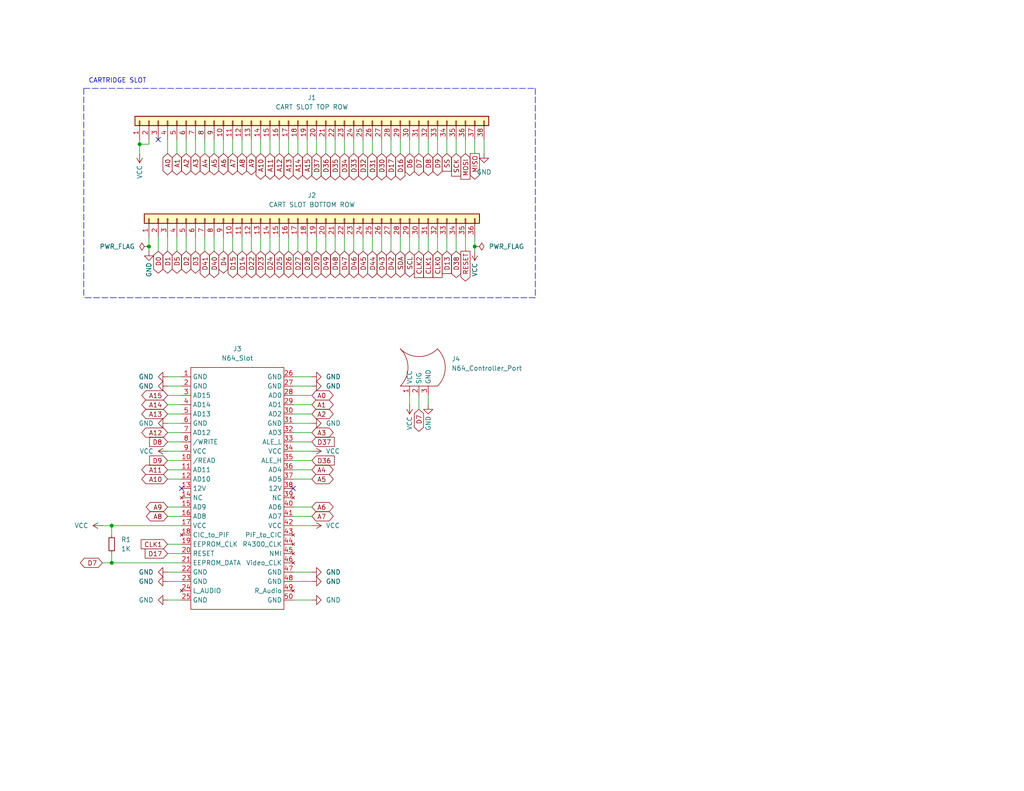
<source format=kicad_sch>
(kicad_sch (version 20211123) (generator eeschema)
  (paper "A")
  (title_block (title "OSCR N64 Breakout") (date "2023-02-10"))
  (lib_symbols
    (symbol "!OSCR:N64_Controller_Port"
      (property "Reference" "J" (at 0 13.97 0))
      (property "Value" "N64_Controller_Port" (at 0 13.97 0))
      (symbol "N64_Controller_Port_0_1"
        (arc (start -5.08 0) (mid 7.1842 5.08) (end -5.08 10.16))
        (arc (start -5.08 10.16) (mid 0 -2.1042) (end 5.08 10.16))
        (polyline (pts (xy -5.08 0) (xy 5.08 0)))
        (arc (start 5.08 0) (mid 7.1842 5.08) (end 5.08 10.16))
      )
      (symbol "N64_Controller_Port_1_1"
        (pin input line (at -2.54 -2.54 90) (length 2.54) (name "VCC") (number "1"))
        (pin bidirectional line (at 0 -2.54 90) (length 2.54) (name "SIG") (number "2"))
        (pin input line (at 2.54 -2.54 90) (length 2.54) (name "GND") (number "3"))
      )
    )
    (symbol "!OSCR:N64_Slot"
      (property "Reference" "J" (at -10.16 35.56 0))
      (property "Value" "N64_Slot" (at -6.35 33.02 0))
      (symbol "N64_Slot_0_1"
        (rectangle (start -10.16 31.75) (end 15.24 -34.29) (stroke (width 0.1524)))
      )
      (symbol "N64_Slot_1_1"
        (pin power_in line (at -12.7 29.21 0) (length 2.54) (name "GND") (number "1"))
        (pin input line (at -12.7 6.35 0) (length 2.54) (name "/READ") (number "10"))
        (pin bidirectional line (at -12.7 3.81 0) (length 2.54) (name "AD11") (number "11"))
        (pin bidirectional line (at -12.7 1.27 0) (length 2.54) (name "AD10") (number "12"))
        (pin power_in line (at -12.7 -1.27 0) (length 2.54) (name "12V") (number "13"))
        (pin no_connect line (at -12.7 -3.81 0) (length 2.54) (name "NC") (number "14"))
        (pin bidirectional line (at -12.7 -6.35 0) (length 2.54) (name "AD9") (number "15"))
        (pin bidirectional line (at -12.7 -8.89 0) (length 2.54) (name "AD8") (number "16"))
        (pin power_in line (at -12.7 -11.43 0) (length 2.54) (name "VCC") (number "17"))
        (pin no_connect line (at -12.7 -13.97 0) (length 2.54) (name "CIC_to_PIF") (number "18"))
        (pin input line (at -12.7 -16.51 0) (length 2.54) (name "EEPROM_CLK") (number "19"))
        (pin power_in line (at -12.7 26.67 0) (length 2.54) (name "GND") (number "2"))
        (pin input line (at -12.7 -19.05 0) (length 2.54) (name "RESET") (number "20"))
        (pin bidirectional line (at -12.7 -21.59 0) (length 2.54) (name "EEPROM_DATA") (number "21"))
        (pin power_in line (at -12.7 -24.13 0) (length 2.54) (name "GND") (number "22"))
        (pin power_in line (at -12.7 -26.67 0) (length 2.54) (name "GND") (number "23"))
        (pin no_connect line (at -12.7 -29.21 0) (length 2.54) (name "L_AUDIO") (number "24"))
        (pin power_in line (at -12.7 -31.75 0) (length 2.54) (name "GND") (number "25"))
        (pin power_in line (at 17.78 29.21 180) (length 2.54) (name "GND") (number "26"))
        (pin power_in line (at 17.78 26.67 180) (length 2.54) (name "GND") (number "27"))
        (pin bidirectional line (at 17.78 24.13 180) (length 2.54) (name "AD0") (number "28"))
        (pin bidirectional line (at 17.78 21.59 180) (length 2.54) (name "AD1") (number "29"))
        (pin bidirectional line (at -12.7 24.13 0) (length 2.54) (name "AD15") (number "3"))
        (pin bidirectional line (at 17.78 19.05 180) (length 2.54) (name "AD2") (number "30"))
        (pin power_in line (at 17.78 16.51 180) (length 2.54) (name "GND") (number "31"))
        (pin bidirectional line (at 17.78 13.97 180) (length 2.54) (name "AD3") (number "32"))
        (pin input line (at 17.78 11.43 180) (length 2.54) (name "ALE_L") (number "33"))
        (pin power_in line (at 17.78 8.89 180) (length 2.54) (name "VCC") (number "34"))
        (pin input line (at 17.78 6.35 180) (length 2.54) (name "ALE_H") (number "35"))
        (pin bidirectional line (at 17.78 3.81 180) (length 2.54) (name "AD4") (number "36"))
        (pin bidirectional line (at 17.78 1.27 180) (length 2.54) (name "AD5") (number "37"))
        (pin power_in line (at 17.78 -1.27 180) (length 2.54) (name "12V") (number "38"))
        (pin no_connect line (at 17.78 -3.81 180) (length 2.54) (name "NC") (number "39"))
        (pin bidirectional line (at -12.7 21.59 0) (length 2.54) (name "AD14") (number "4"))
        (pin bidirectional line (at 17.78 -6.35 180) (length 2.54) (name "AD6") (number "40"))
        (pin bidirectional line (at 17.78 -8.89 180) (length 2.54) (name "AD7") (number "41"))
        (pin power_in line (at 17.78 -11.43 180) (length 2.54) (name "VCC") (number "42"))
        (pin no_connect line (at 17.78 -13.97 180) (length 2.54) (name "PIF_to_CIC") (number "43"))
        (pin no_connect line (at 17.78 -16.51 180) (length 2.54) (name "R4300_CLK") (number "44"))
        (pin no_connect line (at 17.78 -19.05 180) (length 2.54) (name "NMI") (number "45"))
        (pin no_connect line (at 17.78 -21.59 180) (length 2.54) (name "Video_CLK") (number "46"))
        (pin power_in line (at 17.78 -24.13 180) (length 2.54) (name "GND") (number "47"))
        (pin power_in line (at 17.78 -26.67 180) (length 2.54) (name "GND") (number "48"))
        (pin no_connect line (at 17.78 -29.21 180) (length 2.54) (name "R_Audio") (number "49"))
        (pin bidirectional line (at -12.7 19.05 0) (length 2.54) (name "AD13") (number "5"))
        (pin power_in line (at 17.78 -31.75 180) (length 2.54) (name "GND") (number "50"))
        (pin power_in line (at -12.7 16.51 0) (length 2.54) (name "GND") (number "6"))
        (pin bidirectional line (at -12.7 13.97 0) (length 2.54) (name "AD12") (number "7"))
        (pin input line (at -12.7 11.43 0) (length 2.54) (name "/WRITE") (number "8"))
        (pin power_in line (at -12.7 8.89 0) (length 2.54) (name "VCC") (number "9"))
      )
    )
    (symbol "Connector_Generic:Conn_01x36" (pin_names (offset 1.016) hide)
      (property "Reference" "J" (at 0 45.72 0))
      (property "Value" "Conn_01x36" (at 0 -48.26 0))
      (symbol "Conn_01x36_1_1"
        (rectangle (start -1.27 -45.593) (end 0 -45.847) (stroke (width 0.1524)))
        (rectangle (start -1.27 -43.053) (end 0 -43.307) (stroke (width 0.1524)))
        (rectangle (start -1.27 -40.513) (end 0 -40.767) (stroke (width 0.1524)))
        (rectangle (start -1.27 -37.973) (end 0 -38.227) (stroke (width 0.1524)))
        (rectangle (start -1.27 -35.433) (end 0 -35.687) (stroke (width 0.1524)))
        (rectangle (start -1.27 -32.893) (end 0 -33.147) (stroke (width 0.1524)))
        (rectangle (start -1.27 -30.353) (end 0 -30.607) (stroke (width 0.1524)))
        (rectangle (start -1.27 -27.813) (end 0 -28.067) (stroke (width 0.1524)))
        (rectangle (start -1.27 -25.273) (end 0 -25.527) (stroke (width 0.1524)))
        (rectangle (start -1.27 -22.733) (end 0 -22.987) (stroke (width 0.1524)))
        (rectangle (start -1.27 -20.193) (end 0 -20.447) (stroke (width 0.1524)))
        (rectangle (start -1.27 -17.653) (end 0 -17.907) (stroke (width 0.1524)))
        (rectangle (start -1.27 -15.113) (end 0 -15.367) (stroke (width 0.1524)))
        (rectangle (start -1.27 -12.573) (end 0 -12.827) (stroke (width 0.1524)))
        (rectangle (start -1.27 -10.033) (end 0 -10.287) (stroke (width 0.1524)))
        (rectangle (start -1.27 -7.493) (end 0 -7.747) (stroke (width 0.1524)))
        (rectangle (start -1.27 -4.953) (end 0 -5.207) (stroke (width 0.1524)))
        (rectangle (start -1.27 -2.413) (end 0 -2.667) (stroke (width 0.1524)))
        (rectangle (start -1.27 0.127) (end 0 -0.127) (stroke (width 0.1524)))
        (rectangle (start -1.27 2.667) (end 0 2.413) (stroke (width 0.1524)))
        (rectangle (start -1.27 5.207) (end 0 4.953) (stroke (width 0.1524)))
        (rectangle (start -1.27 7.747) (end 0 7.493) (stroke (width 0.1524)))
        (rectangle (start -1.27 10.287) (end 0 10.033) (stroke (width 0.1524)))
        (rectangle (start -1.27 12.827) (end 0 12.573) (stroke (width 0.1524)))
        (rectangle (start -1.27 15.367) (end 0 15.113) (stroke (width 0.1524)))
        (rectangle (start -1.27 17.907) (end 0 17.653) (stroke (width 0.1524)))
        (rectangle (start -1.27 20.447) (end 0 20.193) (stroke (width 0.1524)))
        (rectangle (start -1.27 22.987) (end 0 22.733) (stroke (width 0.1524)))
        (rectangle (start -1.27 25.527) (end 0 25.273) (stroke (width 0.1524)))
        (rectangle (start -1.27 28.067) (end 0 27.813) (stroke (width 0.1524)))
        (rectangle (start -1.27 30.607) (end 0 30.353) (stroke (width 0.1524)))
        (rectangle (start -1.27 33.147) (end 0 32.893) (stroke (width 0.1524)))
        (rectangle (start -1.27 35.687) (end 0 35.433) (stroke (width 0.1524)))
        (rectangle (start -1.27 38.227) (end 0 37.973) (stroke (width 0.1524)))
        (rectangle (start -1.27 40.767) (end 0 40.513) (stroke (width 0.1524)))
        (rectangle (start -1.27 43.307) (end 0 43.053) (stroke (width 0.1524)))
        (rectangle (start -1.27 44.45) (end 1.27 -46.99) (stroke (width 0.254)) (fill (type background)))
        (pin passive line (at -5.08 43.18 0) (length 3.81) (name "Pin_1") (number "1"))
        (pin passive line (at -5.08 20.32 0) (length 3.81) (name "Pin_10") (number "10"))
        (pin passive line (at -5.08 17.78 0) (length 3.81) (name "Pin_11") (number "11"))
        (pin passive line (at -5.08 15.24 0) (length 3.81) (name "Pin_12") (number "12"))
        (pin passive line (at -5.08 12.7 0) (length 3.81) (name "Pin_13") (number "13"))
        (pin passive line (at -5.08 10.16 0) (length 3.81) (name "Pin_14") (number "14"))
        (pin passive line (at -5.08 7.62 0) (length 3.81) (name "Pin_15") (number "15"))
        (pin passive line (at -5.08 5.08 0) (length 3.81) (name "Pin_16") (number "16"))
        (pin passive line (at -5.08 2.54 0) (length 3.81) (name "Pin_17") (number "17"))
        (pin passive line (at -5.08 0 0) (length 3.81) (name "Pin_18") (number "18"))
        (pin passive line (at -5.08 -2.54 0) (length 3.81) (name "Pin_19") (number "19"))
        (pin passive line (at -5.08 40.64 0) (length 3.81) (name "Pin_2") (number "2"))
        (pin passive line (at -5.08 -5.08 0) (length 3.81) (name "Pin_20") (number "20"))
        (pin passive line (at -5.08 -7.62 0) (length 3.81) (name "Pin_21") (number "21"))
        (pin passive line (at -5.08 -10.16 0) (length 3.81) (name "Pin_22") (number "22"))
        (pin passive line (at -5.08 -12.7 0) (length 3.81) (name "Pin_23") (number "23"))
        (pin passive line (at -5.08 -15.24 0) (length 3.81) (name "Pin_24") (number "24"))
        (pin passive line (at -5.08 -17.78 0) (length 3.81) (name "Pin_25") (number "25"))
        (pin passive line (at -5.08 -20.32 0) (length 3.81) (name "Pin_26") (number "26"))
        (pin passive line (at -5.08 -22.86 0) (length 3.81) (name "Pin_27") (number "27"))
        (pin passive line (at -5.08 -25.4 0) (length 3.81) (name "Pin_28") (number "28"))
        (pin passive line (at -5.08 -27.94 0) (length 3.81) (name "Pin_29") (number "29"))
        (pin passive line (at -5.08 38.1 0) (length 3.81) (name "Pin_3") (number "3"))
        (pin passive line (at -5.08 -30.48 0) (length 3.81) (name "Pin_30") (number "30"))
        (pin passive line (at -5.08 -33.02 0) (length 3.81) (name "Pin_31") (number "31"))
        (pin passive line (at -5.08 -35.56 0) (length 3.81) (name "Pin_32") (number "32"))
        (pin passive line (at -5.08 -38.1 0) (length 3.81) (name "Pin_33") (number "33"))
        (pin passive line (at -5.08 -40.64 0) (length 3.81) (name "Pin_34") (number "34"))
        (pin passive line (at -5.08 -43.18 0) (length 3.81) (name "Pin_35") (number "35"))
        (pin passive line (at -5.08 -45.72 0) (length 3.81) (name "Pin_36") (number "36"))
        (pin passive line (at -5.08 35.56 0) (length 3.81) (name "Pin_4") (number "4"))
        (pin passive line (at -5.08 33.02 0) (length 3.81) (name "Pin_5") (number "5"))
        (pin passive line (at -5.08 30.48 0) (length 3.81) (name "Pin_6") (number "6"))
        (pin passive line (at -5.08 27.94 0) (length 3.81) (name "Pin_7") (number "7"))
        (pin passive line (at -5.08 25.4 0) (length 3.81) (name "Pin_8") (number "8"))
        (pin passive line (at -5.08 22.86 0) (length 3.81) (name "Pin_9") (number "9"))
      )
    )
    (symbol "Connector_Generic:Conn_01x38" (pin_names (offset 1.016) hide)
      (property "Reference" "J" (at 0 48.26 0))
      (property "Value" "Conn_01x38" (at 0 -50.8 0))
      (symbol "Conn_01x38_1_1"
        (rectangle (start -1.27 -48.133) (end 0 -48.387) (stroke (width 0.1524)))
        (rectangle (start -1.27 -45.593) (end 0 -45.847) (stroke (width 0.1524)))
        (rectangle (start -1.27 -43.053) (end 0 -43.307) (stroke (width 0.1524)))
        (rectangle (start -1.27 -40.513) (end 0 -40.767) (stroke (width 0.1524)))
        (rectangle (start -1.27 -37.973) (end 0 -38.227) (stroke (width 0.1524)))
        (rectangle (start -1.27 -35.433) (end 0 -35.687) (stroke (width 0.1524)))
        (rectangle (start -1.27 -32.893) (end 0 -33.147) (stroke (width 0.1524)))
        (rectangle (start -1.27 -30.353) (end 0 -30.607) (stroke (width 0.1524)))
        (rectangle (start -1.27 -27.813) (end 0 -28.067) (stroke (width 0.1524)))
        (rectangle (start -1.27 -25.273) (end 0 -25.527) (stroke (width 0.1524)))
        (rectangle (start -1.27 -22.733) (end 0 -22.987) (stroke (width 0.1524)))
        (rectangle (start -1.27 -20.193) (end 0 -20.447) (stroke (width 0.1524)))
        (rectangle (start -1.27 -17.653) (end 0 -17.907) (stroke (width 0.1524)))
        (rectangle (start -1.27 -15.113) (end 0 -15.367) (stroke (width 0.1524)))
        (rectangle (start -1.27 -12.573) (end 0 -12.827) (stroke (width 0.1524)))
        (rectangle (start -1.27 -10.033) (end 0 -10.287) (stroke (width 0.1524)))
        (rectangle (start -1.27 -7.493) (end 0 -7.747) (stroke (width 0.1524)))
        (rectangle (start -1.27 -4.953) (end 0 -5.207) (stroke (width 0.1524)))
        (rectangle (start -1.27 -2.413) (end 0 -2.667) (stroke (width 0.1524)))
        (rectangle (start -1.27 0.127) (end 0 -0.127) (stroke (width 0.1524)))
        (rectangle (start -1.27 2.667) (end 0 2.413) (stroke (width 0.1524)))
        (rectangle (start -1.27 5.207) (end 0 4.953) (stroke (width 0.1524)))
        (rectangle (start -1.27 7.747) (end 0 7.493) (stroke (width 0.1524)))
        (rectangle (start -1.27 10.287) (end 0 10.033) (stroke (width 0.1524)))
        (rectangle (start -1.27 12.827) (end 0 12.573) (stroke (width 0.1524)))
        (rectangle (start -1.27 15.367) (end 0 15.113) (stroke (width 0.1524)))
        (rectangle (start -1.27 17.907) (end 0 17.653) (stroke (width 0.1524)))
        (rectangle (start -1.27 20.447) (end 0 20.193) (stroke (width 0.1524)))
        (rectangle (start -1.27 22.987) (end 0 22.733) (stroke (width 0.1524)))
        (rectangle (start -1.27 25.527) (end 0 25.273) (stroke (width 0.1524)))
        (rectangle (start -1.27 28.067) (end 0 27.813) (stroke (width 0.1524)))
        (rectangle (start -1.27 30.607) (end 0 30.353) (stroke (width 0.1524)))
        (rectangle (start -1.27 33.147) (end 0 32.893) (stroke (width 0.1524)))
        (rectangle (start -1.27 35.687) (end 0 35.433) (stroke (width 0.1524)))
        (rectangle (start -1.27 38.227) (end 0 37.973) (stroke (width 0.1524)))
        (rectangle (start -1.27 40.767) (end 0 40.513) (stroke (width 0.1524)))
        (rectangle (start -1.27 43.307) (end 0 43.053) (stroke (width 0.1524)))
        (rectangle (start -1.27 45.847) (end 0 45.593) (stroke (width 0.1524)))
        (rectangle (start -1.27 46.99) (end 1.27 -49.53) (stroke (width 0.254)) (fill (type background)))
        (pin passive line (at -5.08 45.72 0) (length 3.81) (name "Pin_1") (number "1"))
        (pin passive line (at -5.08 22.86 0) (length 3.81) (name "Pin_10") (number "10"))
        (pin passive line (at -5.08 20.32 0) (length 3.81) (name "Pin_11") (number "11"))
        (pin passive line (at -5.08 17.78 0) (length 3.81) (name "Pin_12") (number "12"))
        (pin passive line (at -5.08 15.24 0) (length 3.81) (name "Pin_13") (number "13"))
        (pin passive line (at -5.08 12.7 0) (length 3.81) (name "Pin_14") (number "14"))
        (pin passive line (at -5.08 10.16 0) (length 3.81) (name "Pin_15") (number "15"))
        (pin passive line (at -5.08 7.62 0) (length 3.81) (name "Pin_16") (number "16"))
        (pin passive line (at -5.08 5.08 0) (length 3.81) (name "Pin_17") (number "17"))
        (pin passive line (at -5.08 2.54 0) (length 3.81) (name "Pin_18") (number "18"))
        (pin passive line (at -5.08 0 0) (length 3.81) (name "Pin_19") (number "19"))
        (pin passive line (at -5.08 43.18 0) (length 3.81) (name "Pin_2") (number "2"))
        (pin passive line (at -5.08 -2.54 0) (length 3.81) (name "Pin_20") (number "20"))
        (pin passive line (at -5.08 -5.08 0) (length 3.81) (name "Pin_21") (number "21"))
        (pin passive line (at -5.08 -7.62 0) (length 3.81) (name "Pin_22") (number "22"))
        (pin passive line (at -5.08 -10.16 0) (length 3.81) (name "Pin_23") (number "23"))
        (pin passive line (at -5.08 -12.7 0) (length 3.81) (name "Pin_24") (number "24"))
        (pin passive line (at -5.08 -15.24 0) (length 3.81) (name "Pin_25") (number "25"))
        (pin passive line (at -5.08 -17.78 0) (length 3.81) (name "Pin_26") (number "26"))
        (pin passive line (at -5.08 -20.32 0) (length 3.81) (name "Pin_27") (number "27"))
        (pin passive line (at -5.08 -22.86 0) (length 3.81) (name "Pin_28") (number "28"))
        (pin passive line (at -5.08 -25.4 0) (length 3.81) (name "Pin_29") (number "29"))
        (pin passive line (at -5.08 40.64 0) (length 3.81) (name "Pin_3") (number "3"))
        (pin passive line (at -5.08 -27.94 0) (length 3.81) (name "Pin_30") (number "30"))
        (pin passive line (at -5.08 -30.48 0) (length 3.81) (name "Pin_31") (number "31"))
        (pin passive line (at -5.08 -33.02 0) (length 3.81) (name "Pin_32") (number "32"))
        (pin passive line (at -5.08 -35.56 0) (length 3.81) (name "Pin_33") (number "33"))
        (pin passive line (at -5.08 -38.1 0) (length 3.81) (name "Pin_34") (number "34"))
        (pin passive line (at -5.08 -40.64 0) (length 3.81) (name "Pin_35") (number "35"))
        (pin passive line (at -5.08 -43.18 0) (length 3.81) (name "Pin_36") (number "36"))
        (pin passive line (at -5.08 -45.72 0) (length 3.81) (name "Pin_37") (number "37"))
        (pin passive line (at -5.08 -48.26 0) (length 3.81) (name "Pin_38") (number "38"))
        (pin passive line (at -5.08 38.1 0) (length 3.81) (name "Pin_4") (number "4"))
        (pin passive line (at -5.08 35.56 0) (length 3.81) (name "Pin_5") (number "5"))
        (pin passive line (at -5.08 33.02 0) (length 3.81) (name "Pin_6") (number "6"))
        (pin passive line (at -5.08 30.48 0) (length 3.81) (name "Pin_7") (number "7"))
        (pin passive line (at -5.08 27.94 0) (length 3.81) (name "Pin_8") (number "8"))
        (pin passive line (at -5.08 25.4 0) (length 3.81) (name "Pin_9") (number "9"))
      )
    )
    (symbol "Device:R_Small" (pin_numbers hide) (pin_names (offset 0.254) hide)
      (property "Reference" "R" (at 0.762 0.508 0))
      (property "Value" "R_Small" (at 0.762 -1.016 0))
      (symbol "R_Small_0_1"
        (rectangle (start -0.762 1.778) (end 0.762 -1.778) (stroke (width 0.2032)))
      )
      (symbol "R_Small_1_1"
        (pin passive line (at 0 2.54 270) (length 0.762) (name "~") (number "1"))
        (pin passive line (at 0 -2.54 90) (length 0.762) (name "~") (number "2"))
      )
    )
    (symbol "power:GND" (power) (pin_names (offset 0))
      (property "Value" "GND" (at 0 -3.81 0))
      (symbol "GND_0_1"
        (polyline (pts (xy 0 0) (xy 0 -1.27) (xy 1.27 -1.27) (xy 0 -2.54) (xy -1.27 -1.27) (xy 0 -1.27)))
      )
      (symbol "GND_1_1"
        (pin power_in line (at 0 0 270) (length 0) hide (name "GND") (number "1"))
      )
    )
    (symbol "power:PWR_FLAG" (power) (pin_numbers hide) (pin_names (offset 0) hide)
      (property "Value" "PWR_FLAG" (at 0 3.81 0))
      (symbol "PWR_FLAG_0_0"
        (pin power_out line (at 0 0 90) (length 0) (name "pwr") (number "1"))
      )
      (symbol "PWR_FLAG_0_1"
        (polyline (pts (xy 0 0) (xy 0 1.27) (xy -1.016 1.905) (xy 0 2.54) (xy 1.016 1.905) (xy 0 1.27)))
      )
    )
    (symbol "power:VCC" (power) (pin_names (offset 0))
      (property "Value" "VCC" (at 0 3.81 0))
      (symbol "VCC_0_1"
        (polyline (pts (xy -0.762 1.27) (xy 0 2.54)))
        (polyline (pts (xy 0 0) (xy 0 2.54)))
        (polyline (pts (xy 0 2.54) (xy 0.762 1.27)))
      )
      (symbol "VCC_1_1"
        (pin power_in line (at 0 0 90) (length 0) hide (name "VCC") (number "1"))
      )
    )
  )
  (junction (at 129.54 67.31))
  (junction (at 38.1 39.37))
  (junction (at 30.48 143.51))
  (junction (at 30.48 153.67))
  (junction (at 40.64 67.31))
  (no_connect (at 80.01 133.35))
  (no_connect (at 49.53 133.35))
  (no_connect (at 43.18 38.1))
  (wire (pts (xy 53.34 64.77) (xy 53.34 68.58)))
  (wire (pts (xy 60.96 64.77) (xy 60.96 68.58)))
  (wire (pts (xy 124.46 64.77) (xy 124.46 68.58)))
  (wire (pts (xy 45.72 140.97) (xy 49.53 140.97)))
  (wire (pts (xy 48.26 64.77) (xy 48.26 68.58)))
  (wire (pts (xy 114.3 38.1) (xy 114.3 41.91)))
  (wire (pts (xy 96.52 38.1) (xy 96.52 41.91)))
  (wire (pts (xy 81.28 38.1) (xy 81.28 41.91)))
  (wire (pts (xy 45.72 113.03) (xy 49.53 113.03)))
  (wire (pts (xy 80.01 125.73) (xy 85.09 125.73)))
  (wire (pts (xy 86.36 64.77) (xy 86.36 68.58)))
  (wire (pts (xy 30.48 143.51) (xy 30.48 146.05)))
  (wire (pts (xy 45.72 105.41) (xy 49.53 105.41)))
  (wire (pts (xy 45.72 118.11) (xy 49.53 118.11)))
  (wire (pts (xy 45.72 156.21) (xy 49.53 156.21)))
  (wire (pts (xy 111.76 38.1) (xy 111.76 41.91)))
  (wire (pts (xy 80.01 123.19) (xy 85.09 123.19)))
  (wire (pts (xy 45.72 38.1) (xy 45.72 41.91)))
  (wire (pts (xy 78.74 38.1) (xy 78.74 41.91)))
  (wire (pts (xy 45.72 130.81) (xy 49.53 130.81)))
  (wire (pts (xy 76.2 38.1) (xy 76.2 41.91)))
  (wire (pts (xy 83.82 64.77) (xy 83.82 68.58)))
  (wire (pts (xy 119.38 64.77) (xy 119.38 68.58)))
  (wire (pts (xy 45.72 148.59) (xy 49.53 148.59)))
  (wire (pts (xy 114.3 64.77) (xy 114.3 68.58)))
  (wire (pts (xy 76.2 64.77) (xy 76.2 68.58)))
  (wire (pts (xy 68.58 38.1) (xy 68.58 41.91)))
  (wire (pts (xy 80.01 130.81) (xy 85.09 130.81)))
  (wire (pts (xy 127 64.77) (xy 127 68.58)))
  (wire (pts (xy 50.8 38.1) (xy 50.8 41.91)))
  (wire (pts (xy 127 38.1) (xy 127 41.91)))
  (wire (pts (xy 80.01 110.49) (xy 85.09 110.49)))
  (wire (pts (xy 121.92 64.77) (xy 121.92 68.58)))
  (wire (pts (xy 109.22 64.77) (xy 109.22 68.58)))
  (wire (pts (xy 48.26 38.1) (xy 48.26 41.91)))
  (wire (pts (xy 109.22 38.1) (xy 109.22 41.91)))
  (wire (pts (xy 80.01 102.87) (xy 85.09 102.87)))
  (wire (pts (xy 80.01 138.43) (xy 85.09 138.43)))
  (wire (pts (xy 86.36 38.1) (xy 86.36 41.91)))
  (wire (pts (xy 27.94 143.51) (xy 30.48 143.51)))
  (wire (pts (xy 30.48 143.51) (xy 49.53 143.51)))
  (wire (pts (xy 116.84 107.95) (xy 116.84 110.49)))
  (wire (pts (xy 101.6 64.77) (xy 101.6 68.58)))
  (wire (pts (xy 80.01 143.51) (xy 85.09 143.51)))
  (wire (pts (xy 45.72 138.43) (xy 49.53 138.43)))
  (wire (pts (xy 73.66 38.1) (xy 73.66 41.91)))
  (wire (pts (xy 83.82 38.1) (xy 83.82 41.91)))
  (wire (pts (xy 93.98 64.77) (xy 93.98 68.58)))
  (polyline (pts (xy 22.86 24.13) (xy 22.86 81.28)))
  (polyline (pts (xy 22.86 24.13) (xy 146.05 24.13)))
  (polyline (pts (xy 146.05 24.13) (xy 146.05 81.28)))
  (polyline (pts (xy 146.05 81.28) (xy 22.86 81.28)))
  (wire (pts (xy 55.88 38.1) (xy 55.88 41.91)))
  (wire (pts (xy 104.14 38.1) (xy 104.14 41.91)))
  (wire (pts (xy 38.1 38.1) (xy 38.1 39.37)))
  (wire (pts (xy 38.1 39.37) (xy 38.1 41.91)))
  (wire (pts (xy 99.06 38.1) (xy 99.06 41.91)))
  (wire (pts (xy 99.06 64.77) (xy 99.06 68.58)))
  (wire (pts (xy 30.48 151.13) (xy 30.48 153.67)))
  (wire (pts (xy 81.28 64.77) (xy 81.28 68.58)))
  (wire (pts (xy 80.01 163.83) (xy 85.09 163.83)))
  (wire (pts (xy 68.58 64.77) (xy 68.58 68.58)))
  (wire (pts (xy 80.01 140.97) (xy 85.09 140.97)))
  (wire (pts (xy 71.12 38.1) (xy 71.12 41.91)))
  (wire (pts (xy 91.44 38.1) (xy 91.44 41.91)))
  (wire (pts (xy 116.84 38.1) (xy 116.84 41.91)))
  (wire (pts (xy 80.01 118.11) (xy 85.09 118.11)))
  (wire (pts (xy 45.72 128.27) (xy 49.53 128.27)))
  (wire (pts (xy 114.3 107.95) (xy 114.3 111.76)))
  (wire (pts (xy 121.92 38.1) (xy 121.92 41.91)))
  (wire (pts (xy 50.8 64.77) (xy 50.8 68.58)))
  (wire (pts (xy 27.94 153.67) (xy 30.48 153.67)))
  (wire (pts (xy 30.48 153.67) (xy 49.53 153.67)))
  (wire (pts (xy 43.18 64.77) (xy 43.18 68.58)))
  (wire (pts (xy 71.12 64.77) (xy 71.12 68.58)))
  (wire (pts (xy 58.42 64.77) (xy 58.42 68.58)))
  (wire (pts (xy 58.42 38.1) (xy 58.42 41.91)))
  (wire (pts (xy 38.1 39.37) (xy 40.64 39.37)))
  (wire (pts (xy 53.34 38.1) (xy 53.34 41.91)))
  (wire (pts (xy 116.84 64.77) (xy 116.84 68.58)))
  (wire (pts (xy 45.72 158.75) (xy 49.53 158.75)))
  (wire (pts (xy 80.01 105.41) (xy 85.09 105.41)))
  (wire (pts (xy 124.46 38.1) (xy 124.46 41.91)))
  (wire (pts (xy 80.01 158.75) (xy 85.09 158.75)))
  (wire (pts (xy 106.68 38.1) (xy 106.68 41.91)))
  (wire (pts (xy 80.01 120.65) (xy 85.09 120.65)))
  (wire (pts (xy 80.01 107.95) (xy 85.09 107.95)))
  (wire (pts (xy 63.5 38.1) (xy 63.5 41.91)))
  (wire (pts (xy 80.01 156.21) (xy 85.09 156.21)))
  (wire (pts (xy 45.72 163.83) (xy 49.53 163.83)))
  (wire (pts (xy 45.72 107.95) (xy 49.53 107.95)))
  (wire (pts (xy 96.52 64.77) (xy 96.52 68.58)))
  (wire (pts (xy 66.04 64.77) (xy 66.04 68.58)))
  (wire (pts (xy 80.01 128.27) (xy 85.09 128.27)))
  (wire (pts (xy 129.54 38.1) (xy 129.54 41.91)))
  (wire (pts (xy 132.08 38.1) (xy 132.08 41.91)))
  (wire (pts (xy 78.74 64.77) (xy 78.74 68.58)))
  (wire (pts (xy 55.88 64.77) (xy 55.88 68.58)))
  (wire (pts (xy 80.01 113.03) (xy 85.09 113.03)))
  (wire (pts (xy 111.76 64.77) (xy 111.76 68.58)))
  (wire (pts (xy 119.38 38.1) (xy 119.38 41.91)))
  (wire (pts (xy 66.04 38.1) (xy 66.04 41.91)))
  (wire (pts (xy 60.96 38.1) (xy 60.96 41.91)))
  (wire (pts (xy 88.9 64.77) (xy 88.9 68.58)))
  (wire (pts (xy 45.72 102.87) (xy 49.53 102.87)))
  (wire (pts (xy 88.9 38.1) (xy 88.9 41.91)))
  (wire (pts (xy 45.72 151.13) (xy 49.53 151.13)))
  (wire (pts (xy 40.64 38.1) (xy 40.64 39.37)))
  (wire (pts (xy 45.72 120.65) (xy 49.53 120.65)))
  (wire (pts (xy 45.72 64.77) (xy 45.72 68.58)))
  (wire (pts (xy 91.44 64.77) (xy 91.44 68.58)))
  (wire (pts (xy 73.66 64.77) (xy 73.66 68.58)))
  (wire (pts (xy 129.54 64.77) (xy 129.54 67.31)))
  (wire (pts (xy 129.54 67.31) (xy 129.54 68.58)))
  (wire (pts (xy 93.98 38.1) (xy 93.98 41.91)))
  (wire (pts (xy 111.76 107.95) (xy 111.76 110.49)))
  (wire (pts (xy 101.6 38.1) (xy 101.6 41.91)))
  (wire (pts (xy 40.64 64.77) (xy 40.64 67.31)))
  (wire (pts (xy 40.64 67.31) (xy 40.64 68.58)))
  (wire (pts (xy 45.72 123.19) (xy 49.53 123.19)))
  (wire (pts (xy 104.14 64.77) (xy 104.14 68.58)))
  (wire (pts (xy 80.01 115.57) (xy 85.09 115.57)))
  (wire (pts (xy 106.68 64.77) (xy 106.68 68.58)))
  (wire (pts (xy 63.5 64.77) (xy 63.5 68.58)))
  (wire (pts (xy 45.72 110.49) (xy 49.53 110.49)))
  (wire (pts (xy 45.72 115.57) (xy 49.53 115.57)))
  (wire (pts (xy 45.72 125.73) (xy 49.53 125.73)))
  (text "CARTRIDGE SLOT" (at 24.13 22.86 0) (effects (font (size 1.27 1.27)) (justify left bottom)))
  (global_label "A6" (shape bidirectional) (at 60.96 41.91 270) (property "Intersheet References" "${INTERSHEET_REFS}" (effects hide)))
  (global_label "D29" (shape bidirectional) (at 86.36 68.58 270) (property "Intersheet References" "${INTERSHEET_REFS}" (effects hide)))
  (global_label "A0" (shape bidirectional) (at 85.09 107.95 0) (property "Intersheet References" "${INTERSHEET_REFS}" (effects hide)))
  (global_label "A9" (shape bidirectional) (at 68.58 41.91 270) (property "Intersheet References" "${INTERSHEET_REFS}" (effects hide)))
  (global_label "D31" (shape bidirectional) (at 101.6 41.91 270) (property "Intersheet References" "${INTERSHEET_REFS}" (effects hide)))
  (global_label "D24" (shape bidirectional) (at 73.66 68.58 270) (property "Intersheet References" "${INTERSHEET_REFS}" (effects hide)))
  (global_label "D1" (shape bidirectional) (at 45.72 68.58 270) (property "Intersheet References" "${INTERSHEET_REFS}" (effects hide)))
  (global_label "D17" (shape bidirectional) (at 106.68 41.91 270) (property "Intersheet References" "${INTERSHEET_REFS}" (effects hide)))
  (global_label "D34" (shape bidirectional) (at 93.98 41.91 270) (property "Intersheet References" "${INTERSHEET_REFS}" (effects hide)))
  (global_label "A11" (shape bidirectional) (at 73.66 41.91 270) (property "Intersheet References" "${INTERSHEET_REFS}" (effects hide)))
  (global_label "A12" (shape bidirectional) (at 45.72 118.11 180) (property "Intersheet References" "${INTERSHEET_REFS}" (effects hide)))
  (global_label "D46" (shape bidirectional) (at 96.52 68.58 270) (property "Intersheet References" "${INTERSHEET_REFS}" (effects hide)))
  (global_label "D25" (shape bidirectional) (at 76.2 68.58 270) (property "Intersheet References" "${INTERSHEET_REFS}" (effects hide)))
  (global_label "D7" (shape bidirectional) (at 27.94 153.67 180) (property "Intersheet References" "${INTERSHEET_REFS}" (effects hide)))
  (global_label "CLK1" (shape input) (at 116.84 68.58 270) (property "Intersheet References" "${INTERSHEET_REFS}" (effects hide)))
  (global_label "A5" (shape bidirectional) (at 58.42 41.91 270) (property "Intersheet References" "${INTERSHEET_REFS}" (effects hide)))
  (global_label "D16" (shape bidirectional) (at 109.22 41.91 270) (property "Intersheet References" "${INTERSHEET_REFS}" (effects hide)))
  (global_label "A7" (shape bidirectional) (at 85.09 140.97 0) (property "Intersheet References" "${INTERSHEET_REFS}" (effects hide)))
  (global_label "D49" (shape bidirectional) (at 88.9 68.58 270) (property "Intersheet References" "${INTERSHEET_REFS}" (effects hide)))
  (global_label "SDA" (shape bidirectional) (at 109.22 68.58 270) (property "Intersheet References" "${INTERSHEET_REFS}" (effects hide)))
  (global_label "D7" (shape bidirectional) (at 114.3 41.91 270) (property "Intersheet References" "${INTERSHEET_REFS}" (effects hide)))
  (global_label "D40" (shape bidirectional) (at 58.42 68.58 270) (property "Intersheet References" "${INTERSHEET_REFS}" (effects hide)))
  (global_label "D38" (shape bidirectional) (at 124.46 68.58 270) (property "Intersheet References" "${INTERSHEET_REFS}" (effects hide)))
  (global_label "D36" (shape input) (at 85.09 125.73 0) (property "Intersheet References" "${INTERSHEET_REFS}" (effects hide)))
  (global_label "SCL" (shape bidirectional) (at 111.76 68.58 270) (property "Intersheet References" "${INTERSHEET_REFS}" (effects hide)))
  (global_label "D33" (shape bidirectional) (at 96.52 41.91 270) (property "Intersheet References" "${INTERSHEET_REFS}" (effects hide)))
  (global_label "A12" (shape bidirectional) (at 76.2 41.91 270) (property "Intersheet References" "${INTERSHEET_REFS}" (effects hide)))
  (global_label "CLK0" (shape input) (at 119.38 68.58 270) (property "Intersheet References" "${INTERSHEET_REFS}" (effects hide)))
  (global_label "D9" (shape bidirectional) (at 119.38 41.91 270) (property "Intersheet References" "${INTERSHEET_REFS}" (effects hide)))
  (global_label "MISO" (shape output) (at 129.54 41.91 270) (property "Intersheet References" "${INTERSHEET_REFS}" (effects hide)))
  (global_label "A7" (shape bidirectional) (at 63.5 41.91 270) (property "Intersheet References" "${INTERSHEET_REFS}" (effects hide)))
  (global_label "D30" (shape bidirectional) (at 104.14 41.91 270) (property "Intersheet References" "${INTERSHEET_REFS}" (effects hide)))
  (global_label "D15" (shape bidirectional) (at 63.5 68.58 270) (property "Intersheet References" "${INTERSHEET_REFS}" (effects hide)))
  (global_label "D28" (shape bidirectional) (at 83.82 68.58 270) (property "Intersheet References" "${INTERSHEET_REFS}" (effects hide)))
  (global_label "A13" (shape bidirectional) (at 45.72 113.03 180) (property "Intersheet References" "${INTERSHEET_REFS}" (effects hide)))
  (global_label "A1" (shape bidirectional) (at 48.26 41.91 270) (property "Intersheet References" "${INTERSHEET_REFS}" (effects hide)))
  (global_label "SS" (shape input) (at 121.92 41.91 270) (property "Intersheet References" "${INTERSHEET_REFS}" (effects hide)))
  (global_label "D47" (shape bidirectional) (at 93.98 68.58 270) (property "Intersheet References" "${INTERSHEET_REFS}" (effects hide)))
  (global_label "A13" (shape bidirectional) (at 78.74 41.91 270) (property "Intersheet References" "${INTERSHEET_REFS}" (effects hide)))
  (global_label "A3" (shape bidirectional) (at 53.34 41.91 270) (property "Intersheet References" "${INTERSHEET_REFS}" (effects hide)))
  (global_label "CLK1" (shape input) (at 45.72 148.59 180) (property "Intersheet References" "${INTERSHEET_REFS}" (effects hide)))
  (global_label "A11" (shape bidirectional) (at 45.72 128.27 180) (property "Intersheet References" "${INTERSHEET_REFS}" (effects hide)))
  (global_label "D17" (shape input) (at 45.72 151.13 180) (property "Intersheet References" "${INTERSHEET_REFS}" (effects hide)))
  (global_label "D9" (shape input) (at 45.72 125.73 180) (property "Intersheet References" "${INTERSHEET_REFS}" (effects hide)))
  (global_label "D43" (shape bidirectional) (at 104.14 68.58 270) (property "Intersheet References" "${INTERSHEET_REFS}" (effects hide)))
  (global_label "D8" (shape bidirectional) (at 116.84 41.91 270) (property "Intersheet References" "${INTERSHEET_REFS}" (effects hide)))
  (global_label "A1" (shape bidirectional) (at 85.09 110.49 0) (property "Intersheet References" "${INTERSHEET_REFS}" (effects hide)))
  (global_label "D36" (shape bidirectional) (at 88.9 41.91 270) (property "Intersheet References" "${INTERSHEET_REFS}" (effects hide)))
  (global_label "A9" (shape bidirectional) (at 45.72 138.43 180) (property "Intersheet References" "${INTERSHEET_REFS}" (effects hide)))
  (global_label "A10" (shape bidirectional) (at 45.72 130.81 180) (property "Intersheet References" "${INTERSHEET_REFS}" (effects hide)))
  (global_label "MOSI" (shape input) (at 127 41.91 270) (property "Intersheet References" "${INTERSHEET_REFS}" (effects hide)))
  (global_label "D23" (shape bidirectional) (at 71.12 68.58 270) (property "Intersheet References" "${INTERSHEET_REFS}" (effects hide)))
  (global_label "D37" (shape input) (at 85.09 120.65 0) (property "Intersheet References" "${INTERSHEET_REFS}" (effects hide)))
  (global_label "D0" (shape bidirectional) (at 43.18 68.58 270) (property "Intersheet References" "${INTERSHEET_REFS}" (effects hide)))
  (global_label "A4" (shape bidirectional) (at 85.09 128.27 0) (property "Intersheet References" "${INTERSHEET_REFS}" (effects hide)))
  (global_label "D14" (shape bidirectional) (at 66.04 68.58 270) (property "Intersheet References" "${INTERSHEET_REFS}" (effects hide)))
  (global_label "D4" (shape bidirectional) (at 60.96 68.58 270) (property "Intersheet References" "${INTERSHEET_REFS}" (effects hide)))
  (global_label "D22" (shape bidirectional) (at 68.58 68.58 270) (property "Intersheet References" "${INTERSHEET_REFS}" (effects hide)))
  (global_label "D2" (shape bidirectional) (at 50.8 68.58 270) (property "Intersheet References" "${INTERSHEET_REFS}" (effects hide)))
  (global_label "D8" (shape input) (at 45.72 120.65 180) (property "Intersheet References" "${INTERSHEET_REFS}" (effects hide)))
  (global_label "D7" (shape bidirectional) (at 114.3 111.76 270) (property "Intersheet References" "${INTERSHEET_REFS}" (effects hide)))
  (global_label "A8" (shape bidirectional) (at 45.72 140.97 180) (property "Intersheet References" "${INTERSHEET_REFS}" (effects hide)))
  (global_label "D35" (shape bidirectional) (at 91.44 41.91 270) (property "Intersheet References" "${INTERSHEET_REFS}" (effects hide)))
  (global_label "A3" (shape bidirectional) (at 85.09 118.11 0) (property "Intersheet References" "${INTERSHEET_REFS}" (effects hide)))
  (global_label "A0" (shape bidirectional) (at 45.72 41.91 270) (property "Intersheet References" "${INTERSHEET_REFS}" (effects hide)))
  (global_label "D44" (shape bidirectional) (at 101.6 68.58 270) (property "Intersheet References" "${INTERSHEET_REFS}" (effects hide)))
  (global_label "D48" (shape bidirectional) (at 91.44 68.58 270) (property "Intersheet References" "${INTERSHEET_REFS}" (effects hide)))
  (global_label "A10" (shape bidirectional) (at 71.12 41.91 270) (property "Intersheet References" "${INTERSHEET_REFS}" (effects hide)))
  (global_label "D27" (shape bidirectional) (at 81.28 68.58 270) (property "Intersheet References" "${INTERSHEET_REFS}" (effects hide)))
  (global_label "D3" (shape bidirectional) (at 53.34 68.58 270) (property "Intersheet References" "${INTERSHEET_REFS}" (effects hide)))
  (global_label "D42" (shape bidirectional) (at 106.68 68.58 270) (property "Intersheet References" "${INTERSHEET_REFS}" (effects hide)))
  (global_label "D32" (shape bidirectional) (at 99.06 41.91 270) (property "Intersheet References" "${INTERSHEET_REFS}" (effects hide)))
  (global_label "RESET" (shape output) (at 127 68.58 270) (property "Intersheet References" "${INTERSHEET_REFS}" (effects hide)))
  (global_label "D41" (shape bidirectional) (at 55.88 68.58 270) (property "Intersheet References" "${INTERSHEET_REFS}" (effects hide)))
  (global_label "D37" (shape bidirectional) (at 86.36 41.91 270) (property "Intersheet References" "${INTERSHEET_REFS}" (effects hide)))
  (global_label "A15" (shape bidirectional) (at 45.72 107.95 180) (property "Intersheet References" "${INTERSHEET_REFS}" (effects hide)))
  (global_label "SCK" (shape input) (at 124.46 41.91 270) (property "Intersheet References" "${INTERSHEET_REFS}" (effects hide)))
  (global_label "A5" (shape bidirectional) (at 85.09 130.81 0) (property "Intersheet References" "${INTERSHEET_REFS}" (effects hide)))
  (global_label "A2" (shape bidirectional) (at 85.09 113.03 0) (property "Intersheet References" "${INTERSHEET_REFS}" (effects hide)))
  (global_label "A14" (shape bidirectional) (at 81.28 41.91 270) (property "Intersheet References" "${INTERSHEET_REFS}" (effects hide)))
  (global_label "A14" (shape bidirectional) (at 45.72 110.49 180) (property "Intersheet References" "${INTERSHEET_REFS}" (effects hide)))
  (global_label "D45" (shape bidirectional) (at 99.06 68.58 270) (property "Intersheet References" "${INTERSHEET_REFS}" (effects hide)))
  (global_label "A15" (shape bidirectional) (at 83.82 41.91 270) (property "Intersheet References" "${INTERSHEET_REFS}" (effects hide)))
  (global_label "D6" (shape bidirectional) (at 111.76 41.91 270) (property "Intersheet References" "${INTERSHEET_REFS}" (effects hide)))
  (global_label "D13" (shape input) (at 121.92 68.58 270) (property "Intersheet References" "${INTERSHEET_REFS}" (effects hide)))
  (global_label "CLK2" (shape input) (at 114.3 68.58 270) (property "Intersheet References" "${INTERSHEET_REFS}" (effects hide)))
  (global_label "D26" (shape bidirectional) (at 78.74 68.58 270) (property "Intersheet References" "${INTERSHEET_REFS}" (effects hide)))
  (global_label "A6" (shape bidirectional) (at 85.09 138.43 0) (property "Intersheet References" "${INTERSHEET_REFS}" (effects hide)))
  (global_label "A4" (shape bidirectional) (at 55.88 41.91 270) (property "Intersheet References" "${INTERSHEET_REFS}" (effects hide)))
  (global_label "D5" (shape bidirectional) (at 48.26 68.58 270) (property "Intersheet References" "${INTERSHEET_REFS}" (effects hide)))
  (global_label "A8" (shape bidirectional) (at 66.04 41.91 270) (property "Intersheet References" "${INTERSHEET_REFS}" (effects hide)))
  (global_label "A2" (shape bidirectional) (at 50.8 41.91 270) (property "Intersheet References" "${INTERSHEET_REFS}" (effects hide)))
  (symbol (lib_id "Connector_Generic:Conn_01x36") (at 83.82 59.69 90) (unit 1)
    (property "Reference" "J2" (at 85.09 53.34 90))
    (property "Value" "CART SLOT BOTTOM ROW" (at 85.09 55.88 90))
    (property "Footprint" "Connector_PinHeader_2.54mm:PinHeader_1x36_P2.54mm_Vertical" (effects hide))
  )
  (symbol (lib_id "power:GND") (at 45.72 163.83 270) (unit 1)
    (property "Reference" "#PWR012" (effects hide))
    (property "Value" "GND" (at 41.91 163.8299 90) (effects (justify right)))
  )
  (symbol (lib_id "power:VCC") (at 45.72 123.19 90) (unit 1)
    (property "Reference" "#PWR09" (effects hide))
    (property "Value" "VCC" (at 41.91 123.1899 90) (effects (justify left)))
  )
  (symbol (lib_id "power:GND") (at 40.64 68.58 0) (unit 1)
    (property "Reference" "#PWR03" (effects hide))
    (property "Value" "GND" (at 40.64 73.66 90))
  )
  (symbol (lib_id "power:GND") (at 85.09 102.87 90) (unit 1)
    (property "Reference" "#PWR013" (effects hide))
    (property "Value" "GND" (at 88.9 102.8699 90) (effects (justify right)))
  )
  (symbol (lib_id "power:GND") (at 132.08 41.91 0) (unit 1)
    (property "Reference" "#PWR022" (effects hide))
    (property "Value" "GND" (at 132.08 46.99 0))
  )
  (symbol (lib_id "power:VCC") (at 129.54 68.58 180) (unit 1)
    (property "Reference" "#PWR021" (effects hide))
    (property "Value" "VCC" (at 129.54 73.66 90))
  )
  (symbol (lib_id "Device:R_Small") (at 30.48 148.59 0) (unit 1)
    (property "Reference" "R1" (at 33.02 147.3199 0) (effects (justify left)))
    (property "Value" "1K" (at 33.02 149.8599 0) (effects (justify left)))
    (property "Footprint" "Resistor_THT:R_Axial_DIN0207_L6.3mm_D2.5mm_P10.16mm_Horizontal" (effects hide))
  )
  (symbol (lib_id "power:VCC") (at 111.76 110.49 180) (unit 1)
    (property "Reference" "#PWR0101" (effects hide))
    (property "Value" "VCC" (at 111.76 115.57 90))
  )
  (symbol (lib_id "power:GND") (at 85.09 163.83 90) (unit 1)
    (property "Reference" "#PWR020" (effects hide))
    (property "Value" "GND" (at 88.9 163.8299 90) (effects (justify right)))
  )
  (symbol (lib_id "power:GND") (at 45.72 105.41 270) (unit 1)
    (property "Reference" "#PWR07" (effects hide))
    (property "Value" "GND" (at 41.91 105.4099 90) (effects (justify right)))
  )
  (symbol (lib_id "power:GND") (at 45.72 115.57 270) (unit 1)
    (property "Reference" "#PWR08" (effects hide))
    (property "Value" "GND" (at 41.91 115.5699 90) (effects (justify right)))
  )
  (symbol (lib_id "!OSCR:N64_Slot") (at 62.23 132.08 0) (unit 1)
    (property "Reference" "J3" (at 64.77 95.25 0))
    (property "Value" "N64_Slot" (at 64.77 97.79 0))
    (property "Footprint" "!OSCR:N64 Slot" (effects hide))
  )
  (symbol (lib_id "power:GND") (at 45.72 158.75 270) (unit 1)
    (property "Reference" "#PWR011" (effects hide))
    (property "Value" "GND" (at 41.91 158.7499 90) (effects (justify right)))
  )
  (symbol (lib_id "power:VCC") (at 38.1 41.91 180) (unit 1)
    (property "Reference" "#PWR01" (effects hide))
    (property "Value" "VCC" (at 38.1 46.99 90))
  )
  (symbol (lib_id "power:GND") (at 45.72 156.21 270) (unit 1)
    (property "Reference" "#PWR010" (effects hide))
    (property "Value" "GND" (at 41.91 156.2099 90) (effects (justify right)))
  )
  (symbol (lib_id "power:GND") (at 116.84 110.49 0) (unit 1)
    (property "Reference" "#PWR0102" (effects hide))
    (property "Value" "GND" (at 116.84 115.57 90))
  )
  (symbol (lib_id "Connector_Generic:Conn_01x38") (at 83.82 33.02 90) (unit 1)
    (property "Reference" "J1" (at 85.09 26.67 90))
    (property "Value" "CART SLOT TOP ROW" (at 85.09 29.21 90))
    (property "Footprint" "Connector_PinHeader_2.54mm:PinHeader_1x38_P2.54mm_Vertical" (effects hide))
  )
  (symbol (lib_id "power:GND") (at 85.09 156.21 90) (unit 1)
    (property "Reference" "#PWR018" (effects hide))
    (property "Value" "GND" (at 88.9 156.2099 90) (effects (justify right)))
  )
  (symbol (lib_id "power:VCC") (at 85.09 123.19 270) (unit 1)
    (property "Reference" "#PWR016" (effects hide))
    (property "Value" "VCC" (at 88.9 123.1899 90) (effects (justify left)))
  )
  (symbol (lib_id "power:PWR_FLAG") (at 129.54 67.31 270) (unit 1)
    (property "Reference" "#FLG04" (effects hide))
    (property "Value" "PWR_FLAG" (at 133.35 67.3099 90) (effects (justify left)))
  )
  (symbol (lib_id "power:GND") (at 45.72 102.87 270) (unit 1)
    (property "Reference" "#PWR06" (effects hide))
    (property "Value" "GND" (at 41.91 102.8699 90) (effects (justify right)))
  )
  (symbol (lib_id "!OSCR:N64_Controller_Port") (at 114.3 105.41 0) (unit 1)
    (property "Reference" "J4" (at 123.19 98.0078 0) (effects (justify left)))
    (property "Value" "N64_Controller_Port" (at 123.19 100.5478 0) (effects (justify left)))
    (property "Footprint" "!OSCR:N64_CONTROLLER_PORT" (effects hide))
  )
  (symbol (lib_id "power:GND") (at 85.09 105.41 90) (unit 1)
    (property "Reference" "#PWR014" (effects hide))
    (property "Value" "GND" (at 88.9 105.4099 90) (effects (justify right)))
  )
  (symbol (lib_id "power:VCC") (at 85.09 143.51 270) (unit 1)
    (property "Reference" "#PWR017" (effects hide))
    (property "Value" "VCC" (at 88.9 143.5099 90) (effects (justify left)))
  )
  (symbol (lib_id "power:VCC") (at 27.94 143.51 90) (unit 1)
    (property "Reference" "#PWR04" (effects hide))
    (property "Value" "VCC" (at 24.13 143.5099 90) (effects (justify left)))
  )
  (symbol (lib_id "power:GND") (at 85.09 115.57 90) (unit 1)
    (property "Reference" "#PWR015" (effects hide))
    (property "Value" "GND" (at 88.9 115.5699 90) (effects (justify right)))
  )
  (symbol (lib_id "power:GND") (at 85.09 158.75 90) (unit 1)
    (property "Reference" "#PWR019" (effects hide))
    (property "Value" "GND" (at 88.9 158.7499 90) (effects (justify right)))
  )
  (symbol (lib_id "power:PWR_FLAG") (at 40.64 67.31 90) (unit 1)
    (property "Reference" "#FLG02" (effects hide))
    (property "Value" "PWR_FLAG" (at 36.83 67.3099 90) (effects (justify left)))
  )
)
</source>
